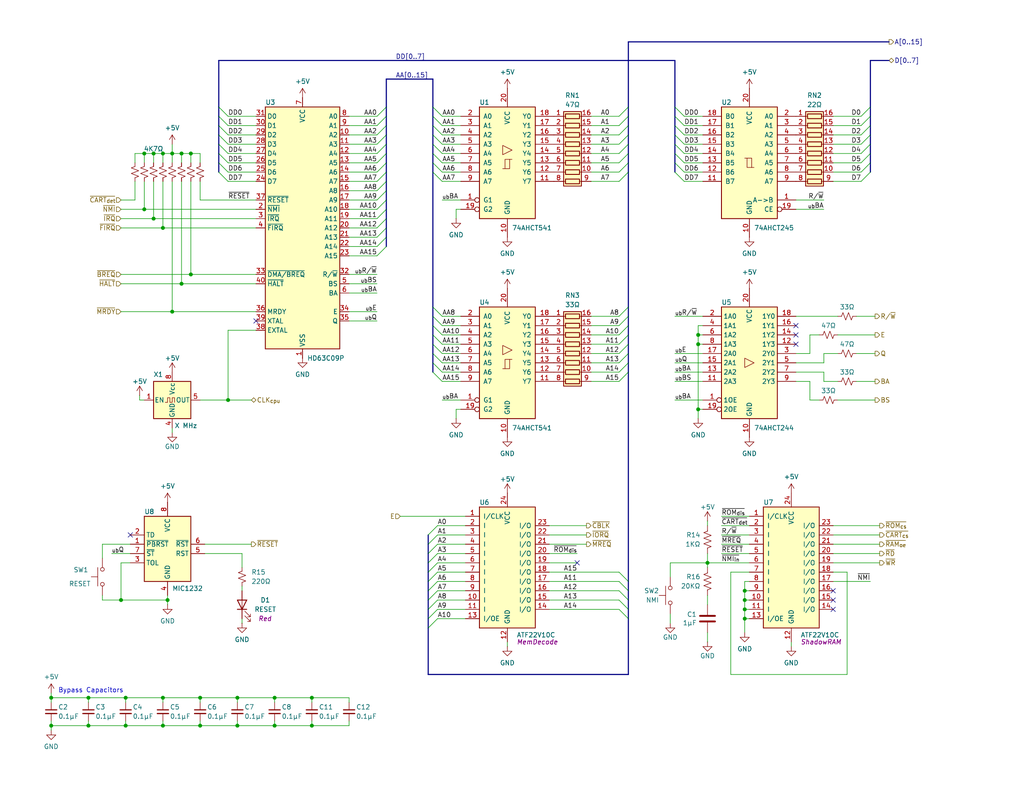
<source format=kicad_sch>
(kicad_sch (version 20250114) (generator "eeschema") (generator_version "9.0")
  (paper "USLetter")
  (title_block (title "CPU, Clock, Reset, and Buffers") (date "2026-02-28") (rev "2.1") (company "MicroHobbyist") (comment 1 "Frédéric Segard"))
  (text "Bypass Capacitors" (at 15.875 188.595 0) (effects (font (size 1.27 1.27)) (justify left)))
  (junction (at 62.23 109.22))
  (junction (at 74.93 190.5))
  (junction (at 64.77 190.5))
  (junction (at 85.09 198.12))
  (junction (at 52.07 41.91))
  (junction (at 49.53 41.91))
  (junction (at 85.09 190.5))
  (junction (at 54.61 190.5))
  (junction (at 44.45 41.91))
  (junction (at 64.77 198.12))
  (junction (at 45.72 163.83))
  (junction (at 203.2 168.91))
  (junction (at 74.93 198.12))
  (junction (at 44.45 62.23))
  (junction (at 41.91 59.69))
  (junction (at 44.45 190.5))
  (junction (at 39.37 41.91))
  (junction (at 190.5 93.98))
  (junction (at 24.13 198.12))
  (junction (at 34.29 190.5))
  (junction (at 203.2 161.29))
  (junction (at 190.5 91.44))
  (junction (at 190.5 111.76))
  (junction (at 49.53 77.47))
  (junction (at 33.02 163.83))
  (junction (at 52.07 74.93))
  (junction (at 203.2 166.37))
  (junction (at 34.29 198.12))
  (junction (at 13.97 190.5))
  (junction (at 13.97 198.12))
  (junction (at 46.99 85.09))
  (junction (at 203.2 163.83))
  (junction (at 46.99 41.91))
  (junction (at 39.37 57.15))
  (junction (at 193.04 153.67))
  (junction (at 44.45 198.12))
  (junction (at 41.91 41.91))
  (junction (at 54.61 198.12))
  (junction (at 24.13 190.5))
  (no_connect (at 69.85 87.63))
  (no_connect (at 217.17 91.44))
  (no_connect (at 227.33 166.37))
  (no_connect (at 35.56 146.05))
  (no_connect (at 157.48 153.67))
  (no_connect (at 217.17 93.98))
  (no_connect (at 227.33 161.29))
  (no_connect (at 227.33 163.83))
  (no_connect (at 217.17 88.9))
  (bus_entry (at 59.69 34.29) (size 2.54 2.54))
  (bus_entry (at 168.91 34.29) (size 2.54 -2.54))
  (bus_entry (at 168.91 41.91) (size 2.54 -2.54))
  (bus_entry (at 168.91 161.29) (size 2.54 2.54))
  (bus_entry (at 118.11 36.83) (size 2.54 2.54))
  (bus_entry (at 184.15 39.37) (size 2.54 2.54))
  (bus_entry (at 168.91 86.36) (size 2.54 -2.54))
  (bus_entry (at 102.87 64.77) (size 2.54 -2.54))
  (bus_entry (at 118.11 93.98) (size 2.54 2.54))
  (bus_entry (at 116.84 148.59) (size 2.54 -2.54))
  (bus_entry (at 168.91 96.52) (size 2.54 -2.54))
  (bus_entry (at 168.91 101.6) (size 2.54 -2.54))
  (bus_entry (at 116.84 168.91) (size 2.54 -2.54))
  (bus_entry (at 102.87 69.85) (size 2.54 -2.54))
  (bus_entry (at 168.91 46.99) (size 2.54 -2.54))
  (bus_entry (at 59.69 44.45) (size 2.54 2.54))
  (bus_entry (at 234.95 39.37) (size 2.54 -2.54))
  (bus_entry (at 184.15 29.21) (size 2.54 2.54))
  (bus_entry (at 116.84 171.45) (size 2.54 -2.54))
  (bus_entry (at 168.91 156.21) (size 2.54 2.54))
  (bus_entry (at 168.91 88.9) (size 2.54 -2.54))
  (bus_entry (at 102.87 54.61) (size 2.54 -2.54))
  (bus_entry (at 102.87 46.99) (size 2.54 -2.54))
  (bus_entry (at 118.11 29.21) (size 2.54 2.54))
  (bus_entry (at 116.84 158.75) (size 2.54 -2.54))
  (bus_entry (at 116.84 156.21) (size 2.54 -2.54))
  (bus_entry (at 234.95 49.53) (size 2.54 -2.54))
  (bus_entry (at 102.87 59.69) (size 2.54 -2.54))
  (bus_entry (at 168.91 39.37) (size 2.54 -2.54))
  (bus_entry (at 234.95 31.75) (size 2.54 -2.54))
  (bus_entry (at 118.11 31.75) (size 2.54 2.54))
  (bus_entry (at 234.95 41.91) (size 2.54 -2.54))
  (bus_entry (at 116.84 161.29) (size 2.54 -2.54))
  (bus_entry (at 118.11 44.45) (size 2.54 2.54))
  (bus_entry (at 102.87 67.31) (size 2.54 -2.54))
  (bus_entry (at 168.91 99.06) (size 2.54 -2.54))
  (bus_entry (at 59.69 41.91) (size 2.54 2.54))
  (bus_entry (at 184.15 46.99) (size 2.54 2.54))
  (bus_entry (at 102.87 49.53) (size 2.54 -2.54))
  (bus_entry (at 118.11 88.9) (size 2.54 2.54))
  (bus_entry (at 118.11 96.52) (size 2.54 2.54))
  (bus_entry (at 118.11 34.29) (size 2.54 2.54))
  (bus_entry (at 168.91 91.44) (size 2.54 -2.54))
  (bus_entry (at 168.91 44.45) (size 2.54 -2.54))
  (bus_entry (at 171.45 161.29) (size -2.54 -2.54))
  (bus_entry (at 102.87 36.83) (size 2.54 -2.54))
  (bus_entry (at 168.91 31.75) (size 2.54 -2.54))
  (bus_entry (at 118.11 83.82) (size 2.54 2.54))
  (bus_entry (at 168.91 104.14) (size 2.54 -2.54))
  (bus_entry (at 59.69 36.83) (size 2.54 2.54))
  (bus_entry (at 116.84 166.37) (size 2.54 -2.54))
  (bus_entry (at 116.84 153.67) (size 2.54 -2.54))
  (bus_entry (at 118.11 99.06) (size 2.54 2.54))
  (bus_entry (at 102.87 62.23) (size 2.54 -2.54))
  (bus_entry (at 234.95 46.99) (size 2.54 -2.54))
  (bus_entry (at 118.11 101.6) (size 2.54 2.54))
  (bus_entry (at 59.69 46.99) (size 2.54 2.54))
  (bus_entry (at 184.15 44.45) (size 2.54 2.54))
  (bus_entry (at 184.15 31.75) (size 2.54 2.54))
  (bus_entry (at 102.87 34.29) (size 2.54 -2.54))
  (bus_entry (at 118.11 91.44) (size 2.54 2.54))
  (bus_entry (at 59.69 31.75) (size 2.54 2.54))
  (bus_entry (at 102.87 39.37) (size 2.54 -2.54))
  (bus_entry (at 59.69 39.37) (size 2.54 2.54))
  (bus_entry (at 168.91 49.53) (size 2.54 -2.54))
  (bus_entry (at 118.11 86.36) (size 2.54 2.54))
  (bus_entry (at 102.87 41.91) (size 2.54 -2.54))
  (bus_entry (at 102.87 52.07) (size 2.54 -2.54))
  (bus_entry (at 118.11 39.37) (size 2.54 2.54))
  (bus_entry (at 234.95 34.29) (size 2.54 -2.54))
  (bus_entry (at 118.11 41.91) (size 2.54 2.54))
  (bus_entry (at 184.15 36.83) (size 2.54 2.54))
  (bus_entry (at 116.84 163.83) (size 2.54 -2.54))
  (bus_entry (at 234.95 36.83) (size 2.54 -2.54))
  (bus_entry (at 116.84 146.05) (size 2.54 -2.54))
  (bus_entry (at 168.91 93.98) (size 2.54 -2.54))
  (bus_entry (at 234.95 44.45) (size 2.54 -2.54))
  (bus_entry (at 184.15 41.91) (size 2.54 2.54))
  (bus_entry (at 168.91 36.83) (size 2.54 -2.54))
  (bus_entry (at 116.84 151.13) (size 2.54 -2.54))
  (bus_entry (at 102.87 31.75) (size 2.54 -2.54))
  (bus_entry (at 171.45 168.91) (size -2.54 -2.54))
  (bus_entry (at 102.87 57.15) (size 2.54 -2.54))
  (bus_entry (at 59.69 29.21) (size 2.54 2.54))
  (bus_entry (at 168.91 163.83) (size 2.54 2.54))
  (bus_entry (at 102.87 44.45) (size 2.54 -2.54))
  (bus_entry (at 118.11 46.99) (size 2.54 2.54))
  (bus_entry (at 184.15 34.29) (size 2.54 2.54))
  (wire (pts (xy 13.97 190.5) (xy 13.97 191.77)))
  (wire (pts (xy 199.39 156.21) (xy 199.39 184.15)))
  (bus (pts (xy 171.45 101.6) (xy 171.45 99.06)))
  (bus (pts (xy 118.11 39.37) (xy 118.11 41.91)))
  (wire (pts (xy 233.68 96.52) (xy 238.76 96.52)))
  (wire (pts (xy 182.88 153.67) (xy 193.04 153.67)))
  (wire (pts (xy 52.07 41.91) (xy 54.61 41.91)))
  (bus (pts (xy 184.15 36.83) (xy 184.15 34.29)))
  (wire (pts (xy 44.45 198.12) (xy 54.61 198.12)))
  (wire (pts (xy 52.07 49.53) (xy 52.07 74.93)))
  (wire (pts (xy 199.39 156.21) (xy 204.47 156.21)))
  (bus (pts (xy 118.11 88.9) (xy 118.11 91.44)))
  (wire (pts (xy 109.22 140.97) (xy 127 140.97)))
  (bus (pts (xy 237.49 34.29) (xy 237.49 36.83)))
  (bus (pts (xy 237.49 29.21) (xy 237.49 31.75)))
  (wire (pts (xy 46.99 49.53) (xy 46.99 85.09)))
  (wire (pts (xy 149.86 148.59) (xy 160.02 148.59)))
  (bus (pts (xy 116.84 156.21) (xy 116.84 158.75)))
  (bus (pts (xy 116.84 158.75) (xy 116.84 161.29)))
  (wire (pts (xy 24.13 190.5) (xy 34.29 190.5)))
  (wire (pts (xy 190.5 91.44) (xy 191.77 91.44)))
  (wire (pts (xy 220.98 91.44) (xy 223.52 91.44)))
  (wire (pts (xy 217.17 99.06) (xy 224.79 99.06)))
  (wire (pts (xy 95.25 74.93) (xy 102.87 74.93)))
  (wire (pts (xy 33.02 153.67) (xy 35.56 153.67)))
  (bus (pts (xy 105.41 46.99) (xy 105.41 49.53)))
  (wire (pts (xy 55.88 151.13) (xy 66.04 151.13)))
  (wire (pts (xy 41.91 49.53) (xy 41.91 59.69)))
  (bus (pts (xy 105.41 62.23) (xy 105.41 64.77)))
  (wire (pts (xy 95.25 34.29) (xy 102.87 34.29)))
  (bus (pts (xy 118.11 41.91) (xy 118.11 44.45)))
  (wire (pts (xy 120.65 54.61) (xy 125.73 54.61)))
  (wire (pts (xy 49.53 44.45) (xy 49.53 41.91)))
  (wire (pts (xy 149.86 146.05) (xy 160.02 146.05)))
  (wire (pts (xy 125.73 41.91) (xy 120.65 41.91)))
  (wire (pts (xy 138.43 176.53) (xy 138.43 175.26)))
  (bus (pts (xy 118.11 93.98) (xy 118.11 96.52)))
  (wire (pts (xy 193.04 153.67) (xy 193.04 154.94)))
  (wire (pts (xy 44.45 62.23) (xy 69.85 62.23)))
  (wire (pts (xy 62.23 49.53) (xy 69.85 49.53)))
  (wire (pts (xy 161.29 91.44) (xy 168.91 91.44)))
  (wire (pts (xy 52.07 74.93) (xy 69.85 74.93)))
  (bus (pts (xy 118.11 99.06) (xy 118.11 101.6)))
  (bus (pts (xy 171.45 11.43) (xy 171.45 29.21)))
  (wire (pts (xy 95.25 49.53) (xy 102.87 49.53)))
  (bus (pts (xy 184.15 46.99) (xy 184.15 44.45)))
  (wire (pts (xy 95.25 41.91) (xy 102.87 41.91)))
  (wire (pts (xy 193.04 162.56) (xy 193.04 165.1)))
  (wire (pts (xy 184.15 104.14) (xy 191.77 104.14)))
  (wire (pts (xy 74.93 190.5) (xy 85.09 190.5)))
  (wire (pts (xy 64.77 196.85) (xy 64.77 198.12)))
  (wire (pts (xy 193.04 151.13) (xy 193.04 153.67)))
  (bus (pts (xy 118.11 96.52) (xy 118.11 99.06)))
  (wire (pts (xy 184.15 96.52) (xy 191.77 96.52)))
  (wire (pts (xy 190.5 91.44) (xy 190.5 93.98)))
  (wire (pts (xy 231.14 156.21) (xy 231.14 184.15)))
  (wire (pts (xy 193.04 172.72) (xy 193.04 175.26)))
  (wire (pts (xy 161.29 41.91) (xy 168.91 41.91)))
  (bus (pts (xy 171.45 101.6) (xy 171.45 158.75)))
  (wire (pts (xy 199.39 184.15) (xy 231.14 184.15)))
  (bus (pts (xy 59.69 41.91) (xy 59.69 39.37)))
  (wire (pts (xy 62.23 36.83) (xy 69.85 36.83)))
  (wire (pts (xy 13.97 196.85) (xy 13.97 198.12)))
  (bus (pts (xy 116.84 148.59) (xy 116.84 151.13)))
  (wire (pts (xy 161.29 99.06) (xy 168.91 99.06)))
  (wire (pts (xy 190.5 111.76) (xy 190.5 114.3)))
  (wire (pts (xy 39.37 49.53) (xy 39.37 57.15)))
  (wire (pts (xy 149.86 143.51) (xy 160.02 143.51)))
  (bus (pts (xy 237.49 31.75) (xy 237.49 34.29)))
  (bus (pts (xy 184.15 44.45) (xy 184.15 41.91)))
  (bus (pts (xy 171.45 86.36) (xy 171.45 83.82)))
  (bus (pts (xy 184.15 41.91) (xy 184.15 39.37)))
  (bus (pts (xy 105.41 29.21) (xy 105.41 31.75)))
  (bus (pts (xy 171.45 11.43) (xy 242.57 11.43)))
  (bus (pts (xy 171.45 161.29) (xy 171.45 163.83)))
  (bus (pts (xy 118.11 46.99) (xy 118.11 83.82)))
  (wire (pts (xy 125.73 46.99) (xy 120.65 46.99)))
  (wire (pts (xy 119.38 146.05) (xy 127 146.05)))
  (wire (pts (xy 62.23 90.17) (xy 62.23 109.22)))
  (wire (pts (xy 38.1 109.22) (xy 39.37 109.22)))
  (wire (pts (xy 127 166.37) (xy 119.38 166.37)))
  (bus (pts (xy 59.69 34.29) (xy 59.69 31.75)))
  (wire (pts (xy 125.73 91.44) (xy 120.65 91.44)))
  (wire (pts (xy 125.73 86.36) (xy 120.65 86.36)))
  (bus (pts (xy 59.69 31.75) (xy 59.69 29.21)))
  (wire (pts (xy 227.33 31.75) (xy 234.95 31.75)))
  (wire (pts (xy 95.25 52.07) (xy 102.87 52.07)))
  (wire (pts (xy 125.73 36.83) (xy 120.65 36.83)))
  (wire (pts (xy 62.23 34.29) (xy 69.85 34.29)))
  (wire (pts (xy 125.73 96.52) (xy 120.65 96.52)))
  (bus (pts (xy 105.41 36.83) (xy 105.41 39.37)))
  (bus (pts (xy 171.45 166.37) (xy 171.45 168.91)))
  (wire (pts (xy 85.09 198.12) (xy 95.25 198.12)))
  (bus (pts (xy 59.69 44.45) (xy 59.69 41.91)))
  (wire (pts (xy 46.99 85.09) (xy 69.85 85.09)))
  (wire (pts (xy 34.29 198.12) (xy 44.45 198.12)))
  (bus (pts (xy 116.84 153.67) (xy 116.84 156.21)))
  (wire (pts (xy 95.25 54.61) (xy 102.87 54.61)))
  (wire (pts (xy 161.29 86.36) (xy 168.91 86.36)))
  (wire (pts (xy 220.98 104.14) (xy 220.98 109.22)))
  (wire (pts (xy 62.23 41.91) (xy 69.85 41.91)))
  (wire (pts (xy 41.91 41.91) (xy 41.91 44.45)))
  (wire (pts (xy 55.88 148.59) (xy 68.58 148.59)))
  (wire (pts (xy 119.38 148.59) (xy 127 148.59)))
  (wire (pts (xy 46.99 118.11) (xy 46.99 116.84)))
  (wire (pts (xy 119.38 158.75) (xy 127 158.75)))
  (bus (pts (xy 105.41 44.45) (xy 105.41 46.99)))
  (bus (pts (xy 59.69 46.99) (xy 59.69 44.45)))
  (wire (pts (xy 240.03 146.05) (xy 227.33 146.05)))
  (bus (pts (xy 59.69 36.83) (xy 59.69 34.29)))
  (bus (pts (xy 184.15 34.29) (xy 184.15 31.75)))
  (wire (pts (xy 95.25 80.01) (xy 102.87 80.01)))
  (wire (pts (xy 54.61 109.22) (xy 62.23 109.22)))
  (wire (pts (xy 125.73 99.06) (xy 120.65 99.06)))
  (wire (pts (xy 227.33 49.53) (xy 234.95 49.53)))
  (wire (pts (xy 220.98 109.22) (xy 223.52 109.22)))
  (wire (pts (xy 186.69 46.99) (xy 191.77 46.99)))
  (wire (pts (xy 124.46 111.76) (xy 125.73 111.76)))
  (bus (pts (xy 171.45 168.91) (xy 171.45 184.15)))
  (wire (pts (xy 41.91 59.69) (xy 69.85 59.69)))
  (wire (pts (xy 44.45 41.91) (xy 44.45 44.45)))
  (bus (pts (xy 118.11 34.29) (xy 118.11 36.83)))
  (wire (pts (xy 161.29 46.99) (xy 168.91 46.99)))
  (bus (pts (xy 105.41 59.69) (xy 105.41 62.23)))
  (wire (pts (xy 184.15 99.06) (xy 191.77 99.06)))
  (wire (pts (xy 74.93 196.85) (xy 74.93 198.12)))
  (wire (pts (xy 33.02 54.61) (xy 36.83 54.61)))
  (wire (pts (xy 34.29 190.5) (xy 34.29 191.77)))
  (wire (pts (xy 149.86 163.83) (xy 168.91 163.83)))
  (wire (pts (xy 217.17 54.61) (xy 224.79 54.61)))
  (wire (pts (xy 33.02 62.23) (xy 44.45 62.23)))
  (wire (pts (xy 27.94 163.83) (xy 27.94 162.56)))
  (bus (pts (xy 171.45 46.99) (xy 171.45 44.45)))
  (wire (pts (xy 44.45 196.85) (xy 44.45 198.12)))
  (bus (pts (xy 116.84 146.05) (xy 116.84 148.59)))
  (wire (pts (xy 182.88 153.67) (xy 182.88 157.48)))
  (wire (pts (xy 49.53 77.47) (xy 69.85 77.47)))
  (wire (pts (xy 95.25 39.37) (xy 102.87 39.37)))
  (wire (pts (xy 149.86 156.21) (xy 168.91 156.21)))
  (bus (pts (xy 105.41 34.29) (xy 105.41 36.83)))
  (bus (pts (xy 105.41 41.91) (xy 105.41 44.45)))
  (wire (pts (xy 217.17 101.6) (xy 224.79 101.6)))
  (wire (pts (xy 217.17 86.36) (xy 228.6 86.36)))
  (wire (pts (xy 196.85 143.51) (xy 204.47 143.51)))
  (wire (pts (xy 215.9 176.53) (xy 215.9 175.26)))
  (wire (pts (xy 217.17 104.14) (xy 220.98 104.14)))
  (wire (pts (xy 161.29 39.37) (xy 168.91 39.37)))
  (bus (pts (xy 116.84 171.45) (xy 116.84 184.15)))
  (wire (pts (xy 220.98 91.44) (xy 220.98 96.52)))
  (wire (pts (xy 62.23 46.99) (xy 69.85 46.99)))
  (bus (pts (xy 105.41 31.75) (xy 105.41 34.29)))
  (wire (pts (xy 45.72 165.1) (xy 45.72 163.83)))
  (wire (pts (xy 39.37 41.91) (xy 39.37 44.45)))
  (wire (pts (xy 33.02 59.69) (xy 41.91 59.69)))
  (wire (pts (xy 125.73 34.29) (xy 120.65 34.29)))
  (bus (pts (xy 118.11 44.45) (xy 118.11 46.99)))
  (wire (pts (xy 184.15 86.36) (xy 191.77 86.36)))
  (wire (pts (xy 227.33 151.13) (xy 240.03 151.13)))
  (wire (pts (xy 24.13 196.85) (xy 24.13 198.12)))
  (wire (pts (xy 62.23 39.37) (xy 69.85 39.37)))
  (wire (pts (xy 33.02 77.47) (xy 49.53 77.47)))
  (bus (pts (xy 237.49 16.51) (xy 242.57 16.51)))
  (wire (pts (xy 95.25 57.15) (xy 102.87 57.15)))
  (wire (pts (xy 233.68 86.36) (xy 238.76 86.36)))
  (wire (pts (xy 45.72 163.83) (xy 45.72 162.56)))
  (wire (pts (xy 161.29 101.6) (xy 168.91 101.6)))
  (wire (pts (xy 186.69 44.45) (xy 191.77 44.45)))
  (wire (pts (xy 54.61 54.61) (xy 69.85 54.61)))
  (wire (pts (xy 119.38 163.83) (xy 127 163.83)))
  (bus (pts (xy 171.45 39.37) (xy 171.45 36.83)))
  (wire (pts (xy 124.46 111.76) (xy 124.46 114.3)))
  (bus (pts (xy 237.49 39.37) (xy 237.49 41.91)))
  (wire (pts (xy 203.2 161.29) (xy 204.47 161.29)))
  (wire (pts (xy 38.1 107.95) (xy 38.1 109.22)))
  (wire (pts (xy 46.99 41.91) (xy 49.53 41.91)))
  (wire (pts (xy 27.94 148.59) (xy 27.94 152.4)))
  (bus (pts (xy 105.41 54.61) (xy 105.41 57.15)))
  (bus (pts (xy 59.69 16.51) (xy 59.69 29.21)))
  (wire (pts (xy 203.2 166.37) (xy 203.2 168.91)))
  (wire (pts (xy 186.69 49.53) (xy 191.77 49.53)))
  (bus (pts (xy 105.41 64.77) (xy 105.41 67.31)))
  (wire (pts (xy 62.23 44.45) (xy 69.85 44.45)))
  (wire (pts (xy 95.25 44.45) (xy 102.87 44.45)))
  (wire (pts (xy 95.25 46.99) (xy 102.87 46.99)))
  (wire (pts (xy 125.73 44.45) (xy 120.65 44.45)))
  (wire (pts (xy 44.45 190.5) (xy 54.61 190.5)))
  (wire (pts (xy 227.33 46.99) (xy 234.95 46.99)))
  (wire (pts (xy 190.5 93.98) (xy 190.5 111.76)))
  (wire (pts (xy 24.13 198.12) (xy 34.29 198.12)))
  (bus (pts (xy 184.15 16.51) (xy 184.15 29.21)))
  (wire (pts (xy 66.04 170.18) (xy 66.04 168.91)))
  (bus (pts (xy 171.45 163.83) (xy 171.45 166.37)))
  (wire (pts (xy 161.29 88.9) (xy 168.91 88.9)))
  (wire (pts (xy 119.38 168.91) (xy 127 168.91)))
  (wire (pts (xy 74.93 190.5) (xy 74.93 191.77)))
  (wire (pts (xy 95.25 36.83) (xy 102.87 36.83)))
  (wire (pts (xy 119.38 143.51) (xy 127 143.51)))
  (wire (pts (xy 186.69 39.37) (xy 191.77 39.37)))
  (wire (pts (xy 66.04 151.13) (xy 66.04 154.94)))
  (wire (pts (xy 34.29 190.5) (xy 44.45 190.5)))
  (wire (pts (xy 193.04 153.67) (xy 204.47 153.67)))
  (wire (pts (xy 161.29 31.75) (xy 168.91 31.75)))
  (wire (pts (xy 186.69 31.75) (xy 191.77 31.75)))
  (wire (pts (xy 203.2 158.75) (xy 204.47 158.75)))
  (wire (pts (xy 44.45 190.5) (xy 44.45 191.77)))
  (wire (pts (xy 190.5 88.9) (xy 191.77 88.9)))
  (wire (pts (xy 33.02 85.09) (xy 46.99 85.09)))
  (bus (pts (xy 171.45 96.52) (xy 171.45 93.98)))
  (bus (pts (xy 171.45 34.29) (xy 171.45 31.75)))
  (wire (pts (xy 27.94 163.83) (xy 33.02 163.83)))
  (wire (pts (xy 95.25 190.5) (xy 95.25 191.77)))
  (wire (pts (xy 182.88 167.64) (xy 182.88 170.18)))
  (wire (pts (xy 149.86 166.37) (xy 168.91 166.37)))
  (wire (pts (xy 46.99 41.91) (xy 46.99 44.45)))
  (bus (pts (xy 171.45 91.44) (xy 171.45 88.9)))
  (wire (pts (xy 203.2 163.83) (xy 204.47 163.83)))
  (wire (pts (xy 44.45 49.53) (xy 44.45 62.23)))
  (wire (pts (xy 161.29 93.98) (xy 168.91 93.98)))
  (wire (pts (xy 95.25 85.09) (xy 102.87 85.09)))
  (wire (pts (xy 224.79 99.06) (xy 224.79 96.52)))
  (wire (pts (xy 227.33 156.21) (xy 231.14 156.21)))
  (wire (pts (xy 125.73 93.98) (xy 120.65 93.98)))
  (wire (pts (xy 196.85 140.97) (xy 204.47 140.97)))
  (wire (pts (xy 27.94 148.59) (xy 35.56 148.59)))
  (wire (pts (xy 46.99 39.37) (xy 46.99 41.91)))
  (wire (pts (xy 228.6 109.22) (xy 238.76 109.22)))
  (wire (pts (xy 95.25 77.47) (xy 102.87 77.47)))
  (wire (pts (xy 125.73 39.37) (xy 120.65 39.37)))
  (wire (pts (xy 203.2 163.83) (xy 203.2 166.37)))
  (wire (pts (xy 203.2 168.91) (xy 204.47 168.91)))
  (wire (pts (xy 196.85 151.13) (xy 204.47 151.13)))
  (bus (pts (xy 118.11 83.82) (xy 118.11 86.36)))
  (wire (pts (xy 36.83 41.91) (xy 39.37 41.91)))
  (bus (pts (xy 118.11 31.75) (xy 118.11 34.29)))
  (wire (pts (xy 161.29 34.29) (xy 168.91 34.29)))
  (wire (pts (xy 95.25 31.75) (xy 102.87 31.75)))
  (wire (pts (xy 203.2 161.29) (xy 203.2 163.83)))
  (wire (pts (xy 227.33 34.29) (xy 234.95 34.29)))
  (bus (pts (xy 171.45 83.82) (xy 171.45 46.99)))
  (wire (pts (xy 220.98 96.52) (xy 217.17 96.52)))
  (wire (pts (xy 13.97 189.23) (xy 13.97 190.5)))
  (wire (pts (xy 217.17 57.15) (xy 224.79 57.15)))
  (wire (pts (xy 125.73 49.53) (xy 120.65 49.53)))
  (wire (pts (xy 125.73 101.6) (xy 120.65 101.6)))
  (wire (pts (xy 227.33 36.83) (xy 234.95 36.83)))
  (bus (pts (xy 171.45 44.45) (xy 171.45 41.91)))
  (wire (pts (xy 46.99 41.91) (xy 44.45 41.91)))
  (wire (pts (xy 119.38 151.13) (xy 127 151.13)))
  (bus (pts (xy 59.69 39.37) (xy 59.69 36.83)))
  (wire (pts (xy 85.09 196.85) (xy 85.09 198.12)))
  (wire (pts (xy 186.69 41.91) (xy 191.77 41.91)))
  (wire (pts (xy 24.13 190.5) (xy 24.13 191.77)))
  (bus (pts (xy 171.45 41.91) (xy 171.45 39.37)))
  (wire (pts (xy 227.33 39.37) (xy 234.95 39.37)))
  (bus (pts (xy 116.84 161.29) (xy 116.84 163.83)))
  (wire (pts (xy 30.48 151.13) (xy 35.56 151.13)))
  (wire (pts (xy 186.69 34.29) (xy 191.77 34.29)))
  (bus (pts (xy 171.45 88.9) (xy 171.45 86.36)))
  (bus (pts (xy 105.41 52.07) (xy 105.41 54.61)))
  (bus (pts (xy 171.45 31.75) (xy 171.45 29.21)))
  (wire (pts (xy 54.61 44.45) (xy 54.61 41.91)))
  (bus (pts (xy 184.15 39.37) (xy 184.15 36.83)))
  (bus (pts (xy 171.45 93.98) (xy 171.45 91.44)))
  (wire (pts (xy 85.09 190.5) (xy 95.25 190.5)))
  (wire (pts (xy 125.73 88.9) (xy 120.65 88.9)))
  (bus (pts (xy 116.84 184.15) (xy 171.45 184.15)))
  (wire (pts (xy 36.83 41.91) (xy 36.83 44.45)))
  (wire (pts (xy 54.61 49.53) (xy 54.61 54.61)))
  (wire (pts (xy 33.02 163.83) (xy 45.72 163.83)))
  (bus (pts (xy 116.84 166.37) (xy 116.84 168.91)))
  (wire (pts (xy 161.29 104.14) (xy 168.91 104.14)))
  (wire (pts (xy 196.85 146.05) (xy 204.47 146.05)))
  (wire (pts (xy 161.29 44.45) (xy 168.91 44.45)))
  (wire (pts (xy 95.25 87.63) (xy 102.87 87.63)))
  (wire (pts (xy 62.23 31.75) (xy 69.85 31.75)))
  (bus (pts (xy 105.41 21.59) (xy 105.41 29.21)))
  (wire (pts (xy 39.37 57.15) (xy 69.85 57.15)))
  (wire (pts (xy 190.5 88.9) (xy 190.5 91.44)))
  (wire (pts (xy 49.53 49.53) (xy 49.53 77.47)))
  (wire (pts (xy 64.77 190.5) (xy 74.93 190.5)))
  (wire (pts (xy 149.86 158.75) (xy 168.91 158.75)))
  (bus (pts (xy 59.69 16.51) (xy 184.15 16.51)))
  (bus (pts (xy 118.11 36.83) (xy 118.11 39.37)))
  (bus (pts (xy 116.84 151.13) (xy 116.84 153.67)))
  (wire (pts (xy 64.77 198.12) (xy 74.93 198.12)))
  (wire (pts (xy 54.61 190.5) (xy 54.61 191.77)))
  (wire (pts (xy 33.02 153.67) (xy 33.02 163.83)))
  (bus (pts (xy 237.49 41.91) (xy 237.49 44.45)))
  (bus (pts (xy 237.49 36.83) (xy 237.49 39.37)))
  (bus (pts (xy 118.11 21.59) (xy 118.11 29.21)))
  (wire (pts (xy 95.25 196.85) (xy 95.25 198.12)))
  (wire (pts (xy 119.38 156.21) (xy 127 156.21)))
  (wire (pts (xy 227.33 44.45) (xy 234.95 44.45)))
  (wire (pts (xy 41.91 41.91) (xy 39.37 41.91)))
  (wire (pts (xy 85.09 190.5) (xy 85.09 191.77)))
  (wire (pts (xy 52.07 41.91) (xy 52.07 44.45)))
  (wire (pts (xy 95.25 64.77) (xy 102.87 64.77)))
  (bus (pts (xy 171.45 158.75) (xy 171.45 161.29)))
  (wire (pts (xy 224.79 104.14) (xy 228.6 104.14)))
  (wire (pts (xy 196.85 148.59) (xy 204.47 148.59)))
  (wire (pts (xy 240.03 148.59) (xy 227.33 148.59)))
  (bus (pts (xy 105.41 39.37) (xy 105.41 41.91)))
  (wire (pts (xy 191.77 111.76) (xy 190.5 111.76)))
  (wire (pts (xy 119.38 161.29) (xy 127 161.29)))
  (wire (pts (xy 203.2 158.75) (xy 203.2 161.29)))
  (wire (pts (xy 233.68 104.14) (xy 238.76 104.14)))
  (wire (pts (xy 62.23 90.17) (xy 69.85 90.17)))
  (bus (pts (xy 118.11 86.36) (xy 118.11 88.9)))
  (wire (pts (xy 49.53 41.91) (xy 52.07 41.91)))
  (wire (pts (xy 74.93 198.12) (xy 85.09 198.12)))
  (wire (pts (xy 203.2 168.91) (xy 203.2 172.72)))
  (bus (pts (xy 118.11 29.21) (xy 118.11 31.75)))
  (wire (pts (xy 149.86 161.29) (xy 168.91 161.29)))
  (wire (pts (xy 34.29 196.85) (xy 34.29 198.12)))
  (wire (pts (xy 13.97 190.5) (xy 24.13 190.5)))
  (wire (pts (xy 54.61 198.12) (xy 64.77 198.12)))
  (bus (pts (xy 184.15 31.75) (xy 184.15 29.21)))
  (wire (pts (xy 186.69 36.83) (xy 191.77 36.83)))
  (wire (pts (xy 227.33 153.67) (xy 240.03 153.67)))
  (bus (pts (xy 105.41 57.15) (xy 105.41 59.69)))
  (wire (pts (xy 13.97 198.12) (xy 24.13 198.12)))
  (wire (pts (xy 33.02 57.15) (xy 39.37 57.15)))
  (bus (pts (xy 116.84 168.91) (xy 116.84 171.45)))
  (wire (pts (xy 13.97 198.12) (xy 13.97 199.39)))
  (wire (pts (xy 54.61 190.5) (xy 64.77 190.5)))
  (bus (pts (xy 171.45 36.83) (xy 171.45 34.29)))
  (wire (pts (xy 190.5 93.98) (xy 191.77 93.98)))
  (bus (pts (xy 116.84 163.83) (xy 116.84 166.37)))
  (wire (pts (xy 149.86 153.67) (xy 157.48 153.67)))
  (wire (pts (xy 120.65 109.22) (xy 125.73 109.22)))
  (wire (pts (xy 44.45 41.91) (xy 41.91 41.91)))
  (bus (pts (xy 105.41 49.53) (xy 105.41 52.07)))
  (wire (pts (xy 36.83 49.53) (xy 36.83 54.61)))
  (bus (pts (xy 237.49 44.45) (xy 237.49 46.99)))
  (wire (pts (xy 193.04 142.24) (xy 193.04 143.51)))
  (wire (pts (xy 124.46 57.15) (xy 125.73 57.15)))
  (wire (pts (xy 191.77 109.22) (xy 184.15 109.22)))
  (wire (pts (xy 125.73 31.75) (xy 120.65 31.75)))
  (wire (pts (xy 184.15 101.6) (xy 191.77 101.6)))
  (wire (pts (xy 119.38 153.67) (xy 127 153.67)))
  (bus (pts (xy 118.11 91.44) (xy 118.11 93.98)))
  (wire (pts (xy 125.73 104.14) (xy 120.65 104.14)))
  (wire (pts (xy 95.25 67.31) (xy 102.87 67.31)))
  (wire (pts (xy 224.79 101.6) (xy 224.79 104.14)))
  (wire (pts (xy 124.46 57.15) (xy 124.46 59.69)))
  (wire (pts (xy 149.86 151.13) (xy 157.48 151.13)))
  (wire (pts (xy 54.61 196.85) (xy 54.61 198.12)))
  (wire (pts (xy 95.25 59.69) (xy 102.87 59.69)))
  (wire (pts (xy 161.29 96.52) (xy 168.91 96.52)))
  (wire (pts (xy 64.77 190.5) (xy 64.77 191.77)))
  (wire (pts (xy 161.29 49.53) (xy 168.91 49.53)))
  (wire (pts (xy 203.2 166.37) (xy 204.47 166.37)))
  (wire (pts (xy 33.02 74.93) (xy 52.07 74.93)))
  (bus (pts (xy 237.49 16.51) (xy 237.49 29.21)))
  (wire (pts (xy 95.25 69.85) (xy 102.87 69.85)))
  (wire (pts (xy 161.29 36.83) (xy 168.91 36.83)))
  (wire (pts (xy 227.33 41.91) (xy 234.95 41.91)))
  (wire (pts (xy 240.03 143.51) (xy 227.33 143.51)))
  (wire (pts (xy 66.04 161.29) (xy 66.04 160.02)))
  (wire (pts (xy 95.25 62.23) (xy 102.87 62.23)))
  (wire (pts (xy 224.79 96.52) (xy 228.6 96.52)))
  (wire (pts (xy 228.6 91.44) (xy 238.76 91.44)))
  (wire (pts (xy 62.23 109.22) (xy 68.58 109.22)))
  (wire (pts (xy 227.33 158.75) (xy 237.49 158.75)))
  (bus (pts (xy 105.41 21.59) (xy 118.11 21.59)))
  (bus (pts (xy 171.45 99.06) (xy 171.45 96.52)))
  (label "_{ub}BA" (at 184.15 109.22 0))
  (label "A1" (at 119.38 146.05 0))
  (label "A15" (at 157.48 156.21 180))
  (label "DD5" (at 62.23 44.45 0))
  (label "A3" (at 119.38 151.13 0))
  (label "AA14" (at 120.65 101.6 0))
  (label "D6" (at 234.95 46.99 180))
  (label "A10" (at 119.38 168.91 0))
  (label "DD3" (at 186.69 39.37 0))
  (label "A13" (at 157.48 163.83 180))
  (label "AA[0..15]" (at 107.95 21.59 0))
  (label "A2" (at 119.38 148.59 0))
  (label "AA1" (at 102.87 34.29 180))
  (label "_{ub}BA" (at 120.65 54.61 0))
  (label "D7" (at 234.95 49.53 180))
  (label "D5" (at 234.95 44.45 180))
  (label "~{ROM_{dis}}" (at 157.48 151.13 180))
  (label "_{ub}R{slash}~{W}" (at 184.15 86.36 0))
  (label "_{ub}E" (at 184.15 96.52 0))
  (label "DD5" (at 186.69 44.45 0))
  (label "AA15" (at 120.65 104.14 0))
  (label "AA4" (at 102.87 41.91 180))
  (label "AA12" (at 120.65 96.52 0))
  (label "DD1" (at 62.23 34.29 0))
  (label "~{RESET}" (at 196.85 151.13 0))
  (label "AA2" (at 120.65 36.83 0))
  (label "DD2" (at 62.23 36.83 0))
  (label "AA12" (at 102.87 62.23 180))
  (label "A11" (at 168.91 93.98 180))
  (label "A11" (at 157.48 158.75 180))
  (label "D0" (at 234.95 31.75 180))
  (label "A13" (at 168.91 99.06 180))
  (label "~{MREQ}" (at 196.85 148.59 0))
  (label "_{ub}E" (at 102.87 85.09 180))
  (label "A3" (at 166.37 39.37 180))
  (label "AA10" (at 120.65 91.44 0))
  (label "DD6" (at 62.23 46.99 0))
  (label "A4" (at 166.37 41.91 180))
  (label "~{CART_{det}}" (at 196.85 143.51 0))
  (label "_{ub}R{slash}~{W}" (at 102.87 74.93 180))
  (label "A9" (at 119.38 166.37 0))
  (label "~{RESET}" (at 62.23 54.61 0))
  (label "AA8" (at 120.65 86.36 0))
  (label "DD3" (at 62.23 39.37 0))
  (label "A0" (at 166.37 31.75 180))
  (label "~{ROM_{dis}}" (at 196.85 140.97 0))
  (label "DD0" (at 62.23 31.75 0))
  (label "AA11" (at 120.65 93.98 0))
  (label "A0" (at 119.38 143.51 0))
  (label "DD4" (at 62.23 41.91 0))
  (label "AA2" (at 102.87 36.83 180))
  (label "DD[0..7]" (at 107.95 16.51 0))
  (label "AA6" (at 120.65 46.99 0))
  (label "AA14" (at 102.87 67.31 180))
  (label "A10" (at 168.91 91.44 180))
  (label "A14" (at 168.91 101.6 180))
  (label "AA13" (at 120.65 99.06 0))
  (label "_{ub}Q" (at 30.48 151.13 0))
  (label "AA5" (at 120.65 44.45 0))
  (label "A2" (at 166.37 36.83 180))
  (label "D1" (at 234.95 34.29 180))
  (label "A1" (at 166.37 34.29 180))
  (label "R{slash}~{W}" (at 196.85 146.05 0))
  (label "AA0" (at 120.65 31.75 0))
  (label "DD2" (at 186.69 36.83 0))
  (label "_{ub}Q" (at 184.15 99.06 0))
  (label "_{ub}BA" (at 120.65 109.22 0))
  (label "A9" (at 168.91 88.9 180))
  (label "A15" (at 168.91 104.14 180))
  (label "D4" (at 234.95 41.91 180))
  (label "~{NMI}" (at 237.49 158.75 180))
  (label "A7" (at 166.37 49.53 180))
  (label "AA13" (at 102.87 64.77 180))
  (label "A12" (at 157.48 161.29 180))
  (label "AA7" (at 102.87 49.53 180))
  (label "A12" (at 168.91 96.52 180))
  (label "D2" (at 234.95 36.83 180))
  (label "DD4" (at 186.69 41.91 0))
  (label "A6" (at 119.38 158.75 0))
  (label "_{ub}BA" (at 102.87 80.01 180))
  (label "AA10" (at 102.87 57.15 180))
  (label "AA9" (at 102.87 54.61 180))
  (label "DD6" (at 186.69 46.99 0))
  (label "AA3" (at 102.87 39.37 180))
  (label "A4" (at 119.38 153.67 0))
  (label "DD0" (at 186.69 31.75 0))
  (label "A14" (at 157.48 166.37 180))
  (label "AA11" (at 102.87 59.69 180))
  (label "A6" (at 166.37 46.99 180))
  (label "AA6" (at 102.87 46.99 180))
  (label "_{ub}Q" (at 102.87 87.63 180))
  (label "DD1" (at 186.69 34.29 0))
  (label "_{ub}BS" (at 184.15 104.14 0))
  (label "AA7" (at 120.65 49.53 0))
  (label "AA5" (at 102.87 44.45 180))
  (label "_{ub}BA" (at 184.15 101.6 0))
  (label "A5" (at 119.38 156.21 0))
  (label "AA3" (at 120.65 39.37 0))
  (label "DD7" (at 186.69 49.53 0))
  (label "AA1" (at 120.65 34.29 0))
  (label "R{slash}~{W}" (at 224.79 54.61 180))
  (label "A8" (at 119.38 163.83 0))
  (label "A7" (at 119.38 161.29 0))
  (label "AA0" (at 102.87 31.75 180))
  (label "AA9" (at 120.65 88.9 0))
  (label "_{ub}BS" (at 102.87 77.47 180))
  (label "_{ub}BA" (at 224.79 57.15 180))
  (label "D3" (at 234.95 39.37 180))
  (label "AA8" (at 102.87 52.07 180))
  (label "A8" (at 168.91 86.36 180))
  (label "A5" (at 166.37 44.45 180))
  (label "DD7" (at 62.23 49.53 0))
  (label "AA15" (at 102.87 69.85 180))
  (label "~{NMI_{in}}" (at 196.85 153.67 0))
  (label "AA4" (at 120.65 41.91 0))
  (hierarchical_label "~{IORQ}" (shape output) (at 160.02 146.05 0))
  (hierarchical_label "E" (shape output) (at 238.76 91.44 0))
  (hierarchical_label "~{RESET}" (shape output) (at 68.58 148.59 0))
  (hierarchical_label "CLK_{cpu}" (shape bidirectional) (at 68.58 109.22 0))
  (hierarchical_label "R{slash}~{W}" (shape output) (at 238.76 86.36 0))
  (hierarchical_label "~{IRQ}" (shape input) (at 33.02 59.69 180))
  (hierarchical_label "~{RD}" (shape output) (at 240.03 151.13 0))
  (hierarchical_label "~{FIRQ}" (shape input) (at 33.02 62.23 180))
  (hierarchical_label "~{CART_{cs}}" (shape output) (at 240.03 146.05 0))
  (hierarchical_label "~{CART_{det}}" (shape input) (at 33.02 54.61 180))
  (hierarchical_label "~{CBLK}" (shape output) (at 160.02 143.51 0))
  (hierarchical_label "BA" (shape output) (at 238.76 104.14 0))
  (hierarchical_label "Q" (shape output) (at 238.76 96.52 0))
  (hierarchical_label "~{NMI}" (shape input) (at 33.02 57.15 180))
  (hierarchical_label "~{MRDY}" (shape input) (at 33.02 85.09 180))
  (hierarchical_label "~{HALT}" (shape input) (at 33.02 77.47 180))
  (hierarchical_label "D[0..7]" (shape bidirectional) (at 242.57 16.51 0))
  (hierarchical_label "~{BREQ}" (shape input) (at 33.02 74.93 180))
  (hierarchical_label "A[0..15]" (shape output) (at 242.57 11.43 0))
  (hierarchical_label "E" (shape input) (at 109.22 140.97 180))
  (hierarchical_label "BS" (shape output) (at 238.76 109.22 0))
  (hierarchical_label "~{WR}" (shape output) (at 240.03 153.67 0))
  (hierarchical_label "~{ROM_{cs}}" (shape output) (at 240.03 143.51 0))
  (hierarchical_label "~{RAM_{oe}}" (shape output) (at 240.03 148.59 0))
  (hierarchical_label "~{MREQ}" (shape output) (at 160.02 148.59 0))
  (symbol (lib_id "power:GND") (at 45.72 165.1 0) (unit 1)
    (property "Reference" "#PWR027" (effects (hide yes)))
    (property "Value" "GND" (at 45.72 169.545 0))
    (property "Description" "Power symbol creates a global label with name \"GND\" , ground" (effects (hide yes)))
  )
  (symbol (lib_id "MicroHobbyist:MIC1232") (at 45.72 140.97 0) (unit 1)
    (property "Reference" "U8" (at 39.37 139.7 0) (effects (justify left)))
    (property "Value" "MIC1232" (at 46.99 160.655 0) (effects (justify left)))
    (property "Footprint" "Package_DIP:DIP-8_W7.62mm_Socket" (effects (hide yes)))
    (property "Datasheet" "https://ww1.microchip.com/downloads/aemDocuments/documents/APID/ProductDocuments/DataSheets/MIC1232-5V-Voltage-Supervisor-with-Manual-Reset-Watchdog-Timer-and-Dual-Reset-Outputs-DS20006726.pdf" (effects (hide yes)))
    (property "Description" "5V Voltage Supervisor with Manual Reset, Watchdog Timer, and Dual Reset Outputs" (effects (hide yes)))
  )
  (symbol (lib_id "Device:C_Small") (at 95.25 194.31 0) (unit 1)
    (property "Reference" "C12" (at 97.155 193.04 0) (effects (justify left)))
    (property "Value" "0.1µF" (at 97.155 195.58 0) (effects (justify left)))
    (property "Description" "Unpolarized capacitor, small symbol" (effects (hide yes)))
  )
  (symbol (lib_id "power:GND") (at 13.97 199.39 0) (unit 1)
    (property "Reference" "#PWR035" (effects (hide yes)))
    (property "Value" "GND" (at 13.97 203.835 0))
    (property "Description" "Power symbol creates a global label with name \"GND\" , ground" (effects (hide yes)))
  )
  (symbol (lib_id "Device:R_Pack08") (at 222.25 41.91 270) (unit 1)
    (property "Reference" "RN2" (at 222.25 26.035 90))
    (property "Value" "22Ω" (at 222.25 28.575 90))
    (property "Footprint" "Package_DIP:DIP-16_W7.62mm" (effects (hide yes)))
    (property "Description" "8 resistor network, parallel topology" (effects (hide yes)))
  )
  (symbol (lib_id "Switch:SW_Push") (at 182.88 162.56 90) (unit 1)
    (property "Reference" "SW2" (at 179.832 161.29 90) (effects (justify left)))
    (property "Value" "NMI" (at 179.832 163.83 90) (effects (justify left)))
    (property "Description" "Push button switch, generic, two pins" (effects (hide yes)))
  )
  (symbol (lib_id "Device:C_Small") (at 74.93 194.31 0) (unit 1)
    (property "Reference" "C8" (at 76.835 193.04 0) (effects (justify left)))
    (property "Value" "0.1µF" (at 76.835 195.58 0) (effects (justify left)))
    (property "Description" "Unpolarized capacitor, small symbol" (effects (hide yes)))
  )
  (symbol (lib_id "Device:LED") (at 66.04 165.1 90) (unit 1)
    (property "Reference" "D1" (at 72.39 163.83 90))
    (property "Value" "RESET" (at 72.39 166.37 90))
    (property "Description" "Light emitting diode" (effects (hide yes)))
    (property "Sim.Pins" "1=K 2=A" (effects (hide yes)))
    (property "Color" "Red" (at 72.39 168.91 90) (effects (font (italic yes))))
  )
  (symbol (lib_id "power:GND") (at 124.46 59.69 0) (unit 1)
    (property "Reference" "#PWR010" (effects (hide yes)))
    (property "Value" "GND" (at 124.46 64.135 0))
    (property "Description" "Power symbol creates a global label with name \"GND\" , ground" (effects (hide yes)))
  )
  (symbol (lib_id "Device:R_Small_US") (at 231.14 86.36 90) (unit 1)
    (property "Reference" "R9" (effects (hide yes)))
    (property "Value" "33Ω" (at 231.14 83.82 90))
    (property "Description" "Resistor, small US symbol" (effects (hide yes)))
  )
  (symbol (lib_id "Device:C_Small") (at 85.09 194.31 0) (unit 1)
    (property "Reference" "C11" (at 86.995 193.04 0) (effects (justify left)))
    (property "Value" "0.1µF" (at 86.995 195.58 0) (effects (justify left)))
    (property "Description" "Unpolarized capacitor, small symbol" (effects (hide yes)))
  )
  (symbol (lib_id "Device:R_Small_US") (at 52.07 46.99 0) (mirror x) (unit 1)
    (property "Reference" "R7" (effects (hide yes)))
    (property "Value" "4K7Ω" (effects (hide yes)))
    (property "Description" "Resistor, small US symbol" (effects (hide yes)))
  )
  (symbol (lib_id "Device:R_US") (at 193.04 158.75 0) (mirror y) (unit 1)
    (property "Reference" "R16" (at 191.135 157.48 0) (effects (justify left)))
    (property "Value" "20KΩ" (at 191.135 160.02 0) (effects (justify left)))
    (property "Footprint" "Resistor_THT:R_Axial_DIN0207_L6.3mm_D2.5mm_P10.16mm_Horizontal" (effects (hide yes)))
  )
  (symbol (lib_id "power:+5V") (at 193.04 142.24 0) (unit 1)
    (property "Reference" "#PWR026" (effects (hide yes)))
    (property "Value" "+5V" (at 193.04 138.43 0))
    (property "Description" "Power symbol creates a global label with name \"+5V\"" (effects (hide yes)))
  )
  (symbol (lib_id "power:GND") (at 138.43 64.77 0) (unit 1)
    (property "Reference" "#PWR011" (effects (hide yes)))
    (property "Value" "GND" (at 138.43 69.215 0))
    (property "Description" "Power symbol creates a global label with name \"GND\" , ground" (effects (hide yes)))
  )
  (symbol (lib_id "power:GND") (at 204.47 119.38 0) (unit 1)
    (property "Reference" "#PWR022" (effects (hide yes)))
    (property "Value" "GND" (at 204.47 123.825 0))
    (property "Description" "Power symbol creates a global label with name \"GND\" , ground" (effects (hide yes)))
  )
  (symbol (lib_id "CPU_NXP_6800:MC6809") (at 82.55 62.23 0) (unit 1)
    (property "Reference" "U3" (at 72.39 27.94 0) (effects (justify left)))
    (property "Value" "HD63C09P" (at 83.82 97.79 0) (effects (justify left)))
    (property "Footprint" "Package_DIP:DIP-40_W15.24mm_Socket" (effects (hide yes)))
    (property "Datasheet" "https://www.alldatasheet.com/datasheet-pdf/view/87219/HITACHI/HD63C09.html" (effects (hide yes)))
    (property "Description" "8-Bit Microprocessing unit 3.0MHz, DIP-40" (effects (hide yes)))
  )
  (symbol (lib_id "Device:R_Small_US") (at 41.91 46.99 0) (mirror x) (unit 1)
    (property "Reference" "R3" (effects (hide yes)))
    (property "Value" "4K7Ω" (effects (hide yes)))
    (property "Description" "Resistor, small US symbol" (effects (hide yes)))
  )
  (symbol (lib_id "Device:C") (at 193.04 168.91 0) (mirror y) (unit 1)
    (property "Reference" "C1" (at 190.119 167.7416 0) (effects (justify left)))
    (property "Value" "1µF" (at 190.119 170.053 0) (effects (justify left)))
    (property "Footprint" "Capacitor_THT:C_Disc_D3.0mm_W1.6mm_P2.50mm" (effects (hide yes)))
  )
  (symbol (lib_id "power:+5V") (at 13.97 189.23 0) (unit 1)
    (property "Reference" "#PWR034" (effects (hide yes)))
    (property "Value" "+5V" (at 13.97 184.785 0))
    (property "Description" "Power symbol creates a global label with name \"+5V\"" (effects (hide yes)))
  )
  (symbol (lib_id "power:+5V") (at 46.99 39.37 0) (unit 1)
    (property "Reference" "#PWR09" (effects (hide yes)))
    (property "Value" "+5V" (at 46.99 34.925 0))
    (property "Description" "Power symbol creates a global label with name \"+5V\"" (effects (hide yes)))
  )
  (symbol (lib_id "power:+5V") (at 82.55 26.67 0) (unit 1)
    (property "Reference" "#PWR08" (effects (hide yes)))
    (property "Value" "+5V" (at 82.55 22.225 0))
    (property "Description" "Power symbol creates a global label with name \"+5V\"" (effects (hide yes)))
  )
  (symbol (lib_id "power:GND") (at 203.2 172.72 0) (unit 1)
    (property "Reference" "#PWR030" (effects (hide yes)))
    (property "Value" "GND" (at 203.2 177.165 0))
    (property "Description" "Power symbol creates a global label with name \"GND\" , ground" (effects (hide yes)))
  )
  (symbol (lib_id "Device:R_Small_US") (at 54.61 46.99 0) (mirror x) (unit 1)
    (property "Reference" "R8" (effects (hide yes)))
    (property "Value" "4K7Ω" (at 41.91 40.64 0))
    (property "Description" "Resistor, small US symbol" (effects (hide yes)))
  )
  (symbol (lib_id "power:+5V") (at 204.47 24.13 0) (unit 1)
    (property "Reference" "#PWR07" (effects (hide yes)))
    (property "Value" "+5V" (at 204.47 19.685 0))
    (property "Description" "Power symbol creates a global label with name \"+5V\"" (effects (hide yes)))
  )
  (symbol (lib_id "74xx:74HCT244") (at 204.47 99.06 0) (unit 1)
    (property "Reference" "U5" (at 196.85 82.55 0) (effects (justify left)))
    (property "Value" "74AHCT244" (at 205.74 116.84 0) (effects (justify left)))
    (property "Datasheet" "https://assets.nexperia.com/documents/data-sheet/74HC_HCT244.pdf" (effects (hide yes)))
    (property "Description" "8-bit Buffer/Line Driver 3-state" (effects (hide yes)))
  )
  (symbol (lib_id "Device:R_Small_US") (at 231.14 104.14 90) (unit 1)
    (property "Reference" "R12" (effects (hide yes)))
    (property "Value" "33Ω" (at 231.14 101.6 90))
    (property "Description" "Resistor, small US symbol" (effects (hide yes)))
  )
  (symbol (lib_id "power:+5V") (at 45.72 137.16 0) (unit 1)
    (property "Reference" "#PWR025" (effects (hide yes)))
    (property "Value" "+5V" (at 45.72 132.715 0))
    (property "Description" "Power symbol creates a global label with name \"+5V\"" (effects (hide yes)))
  )
  (symbol (lib_id "Device:R_Small_US") (at 44.45 46.99 0) (mirror x) (unit 1)
    (property "Reference" "R4" (effects (hide yes)))
    (property "Value" "4K7Ω" (effects (hide yes)))
    (property "Description" "Resistor, small US symbol" (effects (hide yes)))
  )
  (symbol (lib_id "power:+5V") (at 46.99 101.6 0) (unit 1)
    (property "Reference" "#PWR016" (effects (hide yes)))
    (property "Value" "+5V" (at 46.99 97.79 0))
    (property "Description" "Power symbol creates a global label with name \"+5V\"" (effects (hide yes)))
  )
  (symbol (lib_id "power:+5V") (at 138.43 78.74 0) (unit 1)
    (property "Reference" "#PWR013" (effects (hide yes)))
    (property "Value" "+5V" (at 138.43 74.295 0))
    (property "Description" "Power symbol creates a global label with name \"+5V\"" (effects (hide yes)))
  )
  (symbol (lib_id "power:GND") (at 66.04 170.18 0) (unit 1)
    (property "Reference" "#PWR028" (effects (hide yes)))
    (property "Value" "GND" (at 66.04 174.625 0))
    (property "Description" "Power symbol creates a global label with name \"GND\" , ground" (effects (hide yes)))
  )
  (symbol (lib_id "power:GND") (at 215.9 176.53 0) (unit 1)
    (property "Reference" "#PWR033" (effects (hide yes)))
    (property "Value" "GND" (at 215.9 180.975 0))
    (property "Description" "Power symbol creates a global label with name \"GND\" , ground" (effects (hide yes)))
  )
  (symbol (lib_id "Device:R_Small_US") (at 39.37 46.99 0) (mirror x) (unit 1)
    (property "Reference" "R2" (effects (hide yes)))
    (property "Value" "4K7Ω" (effects (hide yes)))
    (property "Description" "Resistor, small US symbol" (effects (hide yes)))
  )
  (symbol (lib_id "power:GND") (at 82.55 97.79 0) (unit 1)
    (property "Reference" "#PWR015" (effects (hide yes)))
    (property "Value" "GND" (at 82.55 102.235 0))
    (property "Description" "Power symbol creates a global label with name \"GND\" , ground" (effects (hide yes)))
  )
  (symbol (lib_id "Device:R_Pack08") (at 156.21 41.91 270) (unit 1)
    (property "Reference" "RN1" (at 156.21 26.035 90))
    (property "Value" "47Ω" (at 156.21 28.575 90))
    (property "Footprint" "Package_DIP:DIP-16_W7.62mm" (effects (hide yes)))
    (property "Description" "8 resistor network, parallel topology" (effects (hide yes)))
  )
  (symbol (lib_id "power:+5V") (at 215.9 134.62 0) (unit 1)
    (property "Reference" "#PWR024" (effects (hide yes)))
    (property "Value" "+5V" (at 215.9 130.175 0))
    (property "Description" "Power symbol creates a global label with name \"+5V\"" (effects (hide yes)))
  )
  (symbol (lib_id "Device:C_Small") (at 13.97 194.31 0) (unit 1)
    (property "Reference" "C2" (at 15.875 193.04 0) (effects (justify left)))
    (property "Value" "0.1µF" (at 15.875 195.58 0) (effects (justify left)))
    (property "Description" "Unpolarized capacitor, small symbol" (effects (hide yes)))
  )
  (symbol (lib_id "74xx:74HC245") (at 204.47 44.45 0) (mirror y) (unit 1)
    (property "Reference" "U2" (at 196.85 27.94 0) (effects (justify right)))
    (property "Value" "74AHCT245" (at 205.74 62.23 0) (effects (justify right)))
    (property "Footprint" "Package_DIP:DIP-20_W7.62mm_Socket" (effects (hide yes)))
    (property "Datasheet" "http://www.ti.com/lit/gpn/sn74HC245" (effects (hide yes)))
    (property "Description" "Octal BUS Transceivers, 3-State outputs" (effects (hide yes)))
  )
  (symbol (lib_id "Oscillator:CXO_DIP8") (at 46.99 109.22 0) (unit 1)
    (property "Reference" "X1" (at 43.18 102.235 0))
    (property "Value" "X MHz" (at 47.625 116.205 0) (effects (justify left)))
    (property "Footprint" "Oscillator:Oscillator_DIP-8" (effects (hide yes)))
    (property "Datasheet" "http://cdn-reichelt.de/documents/datenblatt/B400/OSZI.pdf" (effects (hide yes)))
    (property "Description" "Crystal Clock Oscillator, DIP8-style metal package" (effects (hide yes)))
  )
  (symbol (lib_id "Device:R_Small_US") (at 231.14 96.52 90) (unit 1)
    (property "Reference" "R11" (effects (hide yes)))
    (property "Value" "47Ω" (at 231.14 93.98 90))
    (property "Description" "Resistor, small US symbol" (effects (hide yes)))
  )
  (symbol (lib_id "power:+5V") (at 204.47 78.74 0) (unit 1)
    (property "Reference" "#PWR014" (effects (hide yes)))
    (property "Value" "+5V" (at 204.47 74.295 0))
    (property "Description" "Power symbol creates a global label with name \"+5V\"" (effects (hide yes)))
  )
  (symbol (lib_id "MicroHobbyist:ATF22V10C") (at 215.9 138.43 0) (unit 1)
    (property "Reference" "U7" (at 208.28 137.16 0) (effects (justify left)))
    (property "Value" "ATF22V10C" (at 218.44 173.355 0) (effects (justify left)))
    (property "Footprint" "Package_DIP:DIP-24_W7.62mm_Socket_LongPads" (effects (hide yes)))
    (property "Datasheet" "http://ww1.microchip.com/downloads/en/DeviceDoc/doc0735.pdf" (effects (hide yes)))
    (property "Description" "High-performance EE PLD, 12 inputs, 10 I/O" (effects (hide yes)))
    (property "File" "ShadowRAM" (at 218.44 175.26 0) (effects (font (italic yes)) (justify left)))
    (property "Position" "BB-LEFT" (effects (hide yes)))
  )
  (symbol (lib_id "power:GND") (at 46.99 118.11 0) (unit 1)
    (property "Reference" "#PWR020" (effects (hide yes)))
    (property "Value" "GND" (at 46.99 121.92 0))
    (property "Description" "Power symbol creates a global label with name \"GND\" , ground" (effects (hide yes)))
  )
  (symbol (lib_id "Device:R_US") (at 193.04 147.32 0) (mirror y) (unit 1)
    (property "Reference" "R14" (at 191.135 146.05 0) (effects (justify left)))
    (property "Value" "1KΩ" (at 191.135 148.59 0) (effects (justify left)))
    (property "Footprint" "Resistor_THT:R_Axial_DIN0207_L6.3mm_D2.5mm_P10.16mm_Horizontal" (effects (hide yes)))
  )
  (symbol (lib_id "Device:R_Small_US") (at 36.83 46.99 0) (mirror x) (unit 1)
    (property "Reference" "R1" (effects (hide yes)))
    (property "Value" "4K7Ω" (effects (hide yes)))
    (property "Description" "Resistor, small US symbol" (effects (hide yes)))
  )
  (symbol (lib_id "power:+5V") (at 138.43 24.13 0) (unit 1)
    (property "Reference" "#PWR06" (effects (hide yes)))
    (property "Value" "+5V" (at 138.43 19.685 0))
    (property "Description" "Power symbol creates a global label with name \"+5V\"" (effects (hide yes)))
  )
  (symbol (lib_id "power:GND") (at 138.43 176.53 0) (unit 1)
    (property "Reference" "#PWR032" (effects (hide yes)))
    (property "Value" "GND" (at 138.43 180.975 0))
    (property "Description" "Power symbol creates a global label with name \"GND\" , ground" (effects (hide yes)))
  )
  (symbol (lib_id "Device:R_Small_US") (at 49.53 46.99 0) (mirror x) (unit 1)
    (property "Reference" "R6" (effects (hide yes)))
    (property "Value" "4K7Ω" (effects (hide yes)))
    (property "Description" "Resistor, small US symbol" (effects (hide yes)))
  )
  (symbol (lib_id "Device:R_Small_US") (at 226.06 109.22 90) (unit 1)
    (property "Reference" "R13" (effects (hide yes)))
    (property "Value" "33Ω" (at 226.06 106.68 90))
    (property "Description" "Resistor, small US symbol" (effects (hide yes)))
  )
  (symbol (lib_id "power:GND") (at 204.47 64.77 0) (unit 1)
    (property "Reference" "#PWR012" (effects (hide yes)))
    (property "Value" "GND" (at 204.47 69.215 0))
    (property "Description" "Power symbol creates a global label with name \"GND\" , ground" (effects (hide yes)))
  )
  (symbol (lib_id "Device:C_Small") (at 64.77 194.31 0) (unit 1)
    (property "Reference" "C7" (at 66.675 193.04 0) (effects (justify left)))
    (property "Value" "0.1µF" (at 66.675 195.58 0) (effects (justify left)))
    (property "Description" "Unpolarized capacitor, small symbol" (effects (hide yes)))
  )
  (symbol (lib_id "Device:C_Small") (at 34.29 194.31 0) (unit 1)
    (property "Reference" "C4" (at 36.195 193.04 0) (effects (justify left)))
    (property "Value" "0.1µF" (at 36.195 195.58 0) (effects (justify left)))
    (property "Description" "Unpolarized capacitor, small symbol" (effects (hide yes)))
  )
  (symbol (lib_id "Device:R_Small_US") (at 226.06 91.44 90) (unit 1)
    (property "Reference" "R10" (effects (hide yes)))
    (property "Value" "47Ω" (at 226.06 88.9 90))
    (property "Description" "Resistor, small US symbol" (effects (hide yes)))
  )
  (symbol (lib_id "Device:C_Small") (at 24.13 194.31 0) (unit 1)
    (property "Reference" "C3" (at 26.035 193.04 0) (effects (justify left)))
    (property "Value" "0.1µF" (at 26.035 195.58 0) (effects (justify left)))
    (property "Description" "Unpolarized capacitor, small symbol" (effects (hide yes)))
  )
  (symbol (lib_id "74xx:74HCT541") (at 138.43 99.06 0) (unit 1)
    (property "Reference" "U4" (at 130.81 82.55 0) (effects (justify left)))
    (property "Value" "74AHCT541" (at 139.7 116.84 0) (effects (justify left)))
    (property "Footprint" "Package_DIP:DIP-20_W7.62mm_Socket" (effects (hide yes)))
    (property "Datasheet" "http://www.ti.com/lit/gpn/sn74HCT541" (effects (hide yes)))
    (property "Description" "8-bit Buffer/Line Driver 3-state outputs" (effects (hide yes)))
  )
  (symbol (lib_id "74xx:74HCT541") (at 138.43 44.45 0) (unit 1)
    (property "Reference" "U1" (at 130.81 27.94 0) (effects (justify left)))
    (property "Value" "74AHCT541" (at 139.7 62.23 0) (effects (justify left)))
    (property "Footprint" "Package_DIP:DIP-20_W7.62mm_Socket" (effects (hide yes)))
    (property "Datasheet" "http://www.ti.com/lit/gpn/sn74HCT541" (effects (hide yes)))
    (property "Description" "8-bit Buffer/Line Driver 3-state outputs" (effects (hide yes)))
  )
  (symbol (lib_id "power:+5V") (at 38.1 107.95 0) (unit 1)
    (property "Reference" "#PWR017" (effects (hide yes)))
    (property "Value" "+5V" (at 38.1 104.14 0))
    (property "Description" "Power symbol creates a global label with name \"+5V\"" (effects (hide yes)))
  )
  (symbol (lib_id "MicroHobbyist:ATF22V10C") (at 138.43 138.43 0) (unit 1)
    (property "Reference" "U6" (at 130.81 137.16 0) (effects (justify left)))
    (property "Value" "ATF22V10C" (at 140.97 173.355 0) (effects (justify left)))
    (property "Footprint" "Package_DIP:DIP-24_W7.62mm_Socket_LongPads" (effects (hide yes)))
    (property "Datasheet" "http://ww1.microchip.com/downloads/en/DeviceDoc/doc0735.pdf" (effects (hide yes)))
    (property "Description" "High-performance EE PLD, 12 inputs, 10 I/O" (effects (hide yes)))
    (property "File" "MemDecode" (at 140.97 175.26 0) (effects (font (italic yes)) (justify left)))
    (property "Position" "BB-LEFT" (effects (hide yes)))
  )
  (symbol (lib_id "Switch:SW_Push") (at 27.94 157.48 90) (unit 1)
    (property "Reference" "SW1" (at 24.13 155.575 90) (effects (justify left)))
    (property "Value" "RESET" (at 24.765 159.385 90) (effects (justify left)))
    (property "Description" "Push button switch, generic, two pins" (effects (hide yes)))
  )
  (symbol (lib_id "power:+5V") (at 138.43 134.62 0) (unit 1)
    (property "Reference" "#PWR023" (effects (hide yes)))
    (property "Value" "+5V" (at 138.43 130.81 0))
    (property "Description" "Power symbol creates a global label with name \"+5V\"" (effects (hide yes)))
  )
  (symbol (lib_id "power:GND") (at 138.43 119.38 0) (unit 1)
    (property "Reference" "#PWR021" (effects (hide yes)))
    (property "Value" "GND" (at 138.43 123.825 0))
    (property "Description" "Power symbol creates a global label with name \"GND\" , ground" (effects (hide yes)))
  )
  (symbol (lib_id "Device:C_Small") (at 54.61 194.31 0) (unit 1)
    (property "Reference" "C6" (at 56.515 193.04 0) (effects (justify left)))
    (property "Value" "0.1µF" (at 56.515 195.58 0) (effects (justify left)))
    (property "Description" "Unpolarized capacitor, small symbol" (effects (hide yes)))
  )
  (symbol (lib_id "Device:R_Small_US") (at 46.99 46.99 0) (mirror x) (unit 1)
    (property "Reference" "R5" (effects (hide yes)))
    (property "Value" "4K7Ω" (effects (hide yes)))
    (property "Description" "Resistor, small US symbol" (effects (hide yes)))
  )
  (symbol (lib_id "Device:C_Small") (at 44.45 194.31 0) (unit 1)
    (property "Reference" "C5" (at 46.355 193.04 0) (effects (justify left)))
    (property "Value" "0.1µF" (at 46.355 195.58 0) (effects (justify left)))
    (property "Description" "Unpolarized capacitor, small symbol" (effects (hide yes)))
  )
  (symbol (lib_id "Device:R_Small_US") (at 66.04 157.48 0) (mirror x) (unit 1)
    (property "Reference" "R15" (at 68.58 156.21 0) (effects (justify left)))
    (property "Value" "220Ω" (at 68.58 158.75 0) (effects (justify left)))
    (property "Description" "Resistor, small US symbol" (effects (hide yes)))
  )
  (symbol (lib_id "power:GND") (at 124.46 114.3 0) (unit 1)
    (property "Reference" "#PWR018" (effects (hide yes)))
    (property "Value" "GND" (at 124.46 118.745 0))
    (property "Description" "Power symbol creates a global label with name \"GND\" , ground" (effects (hide yes)))
  )
  (symbol (lib_id "power:GND") (at 190.5 114.3 0) (unit 1)
    (property "Reference" "#PWR019" (effects (hide yes)))
    (property "Value" "GND" (at 190.5 118.745 0))
    (property "Description" "Power symbol creates a global label with name \"GND\" , ground" (effects (hide yes)))
  )
  (symbol (lib_id "power:GND") (at 193.04 175.26 0) (unit 1)
    (property "Reference" "#PWR031" (effects (hide yes)))
    (property "Value" "GND" (at 193.04 179.07 0))
    (property "Description" "Power symbol creates a global label with name \"GND\" , ground" (effects (hide yes)))
  )
  (symbol (lib_id "power:GND") (at 182.88 170.18 0) (unit 1)
    (property "Reference" "#PWR029" (effects (hide yes)))
    (property "Value" "GND" (at 182.88 173.99 0))
    (property "Description" "Power symbol creates a global label with name \"GND\" , ground" (effects (hide yes)))
  )
  (symbol (lib_id "Device:R_Pack08") (at 156.21 96.52 270) (unit 1)
    (property "Reference" "RN3" (at 156.21 80.645 90))
    (property "Value" "33Ω" (at 156.21 83.185 90))
    (property "Footprint" "Package_DIP:DIP-16_W7.62mm" (effects (hide yes)))
    (property "Description" "8 resistor network, parallel topology" (effects (hide yes)))
  )
)
</source>
